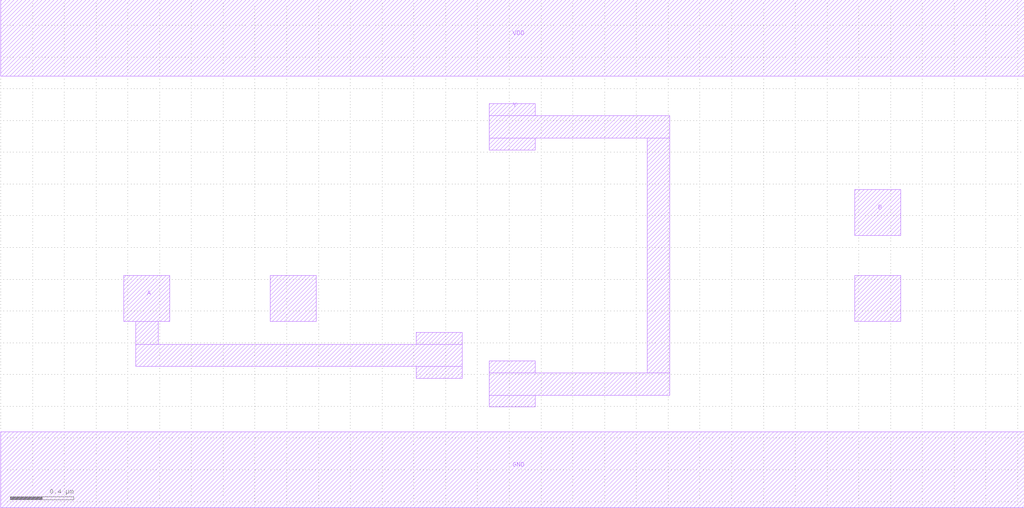
<source format=lef>
MACRO XOR2X1
 CLASS CORE ;
 ORIGIN 0 0 ;
 FOREIGN XOR2X1 0 0 ;
 SITE CORE ;
 SYMMETRY X Y R90 ;
  PIN VDD
   DIRECTION INOUT ;
   USE SIGNAL ;
   SHAPE ABUTMENT ;
    PORT
     CLASS CORE ;
       LAYER metal2 ;
        RECT 0.00000000 2.48000000 6.44000000 2.96000000 ;
    END
  END VDD

  PIN GND
   DIRECTION INOUT ;
   USE SIGNAL ;
   SHAPE ABUTMENT ;
    PORT
     CLASS CORE ;
       LAYER metal2 ;
        RECT 0.00000000 -0.24000000 6.44000000 0.24000000 ;
    END
  END GND

  PIN Y
   DIRECTION INOUT ;
   USE SIGNAL ;
   SHAPE ABUTMENT ;
    PORT
     CLASS CORE ;
       LAYER metal2 ;
        RECT 3.07500000 0.39500000 3.36500000 0.47000000 ;
        RECT 3.07500000 0.47000000 4.21000000 0.61000000 ;
        RECT 3.07500000 0.61000000 3.36500000 0.68500000 ;
        RECT 3.07500000 2.01500000 3.36500000 2.09000000 ;
        RECT 4.07000000 0.61000000 4.21000000 2.09000000 ;
        RECT 3.07500000 2.09000000 4.21000000 2.23000000 ;
        RECT 3.07500000 2.23000000 3.36500000 2.30500000 ;
    END
  END Y

  PIN A
   DIRECTION INOUT ;
   USE SIGNAL ;
   SHAPE ABUTMENT ;
    PORT
     CLASS CORE ;
       LAYER metal2 ;
        RECT 2.61500000 0.57500000 2.90500000 0.65000000 ;
        RECT 0.85000000 0.65000000 2.90500000 0.79000000 ;
        RECT 2.61500000 0.79000000 2.90500000 0.86500000 ;
        RECT 0.85000000 0.79000000 0.99000000 0.93500000 ;
        RECT 0.77500000 0.93500000 1.06500000 1.22500000 ;
    END
  END A

  PIN B
   DIRECTION INOUT ;
   USE SIGNAL ;
   SHAPE ABUTMENT ;
    PORT
     CLASS CORE ;
       LAYER metal2 ;
        RECT 1.69500000 0.93500000 1.98500000 1.22500000 ;
       LAYER metal2 ;
        RECT 5.37500000 0.93500000 5.66500000 1.22500000 ;
       LAYER metal2 ;
        RECT 5.37500000 1.47500000 5.66500000 1.76500000 ;
    END
  END B


END XOR2X1

</source>
